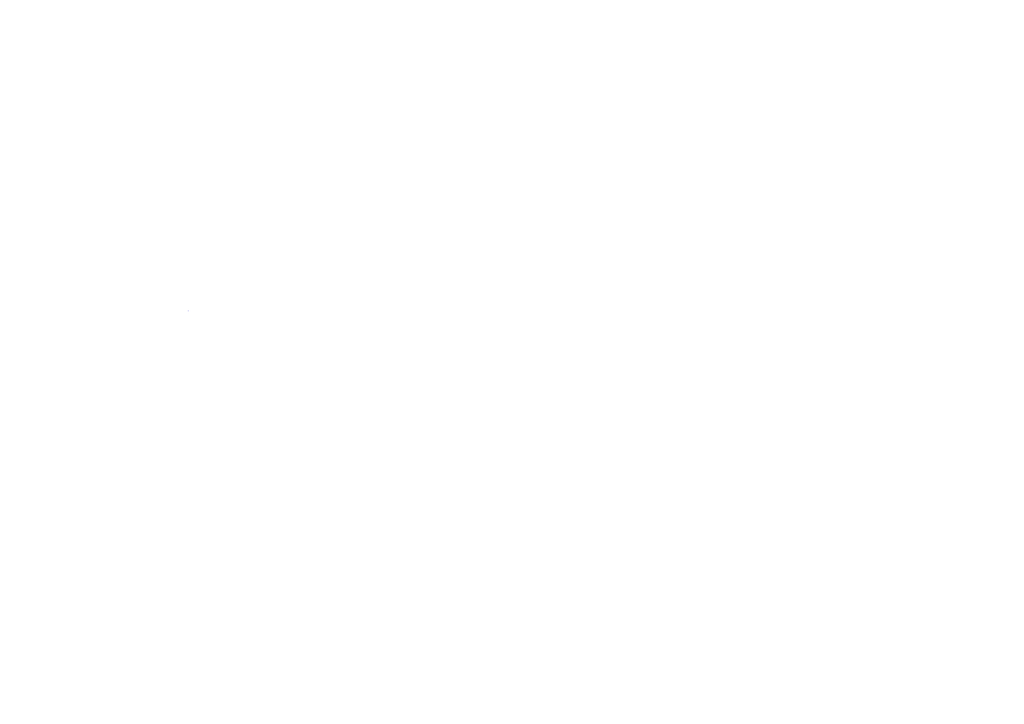
<source format=kicad_sch>
(kicad_sch
	(version 20250114)
	(generator "eeschema")
	(generator_version "9.0")
	(uuid "418f8305-a72b-4b71-adc7-a9892f4b62be")
	(paper "A4")
	(lib_symbols)
	(rectangle
		(start 54.61 90.17)
		(end 54.61 90.17)
		(stroke
			(width 0)
			(type default)
		)
		(fill
			(type none)
		)
		(uuid b75b9b32-1290-4262-a882-b3a938af4f0c)
	)
	(sheet_instances
		(path "/"
			(page "1")
		)
	)
	(embedded_fonts no)
)

</source>
